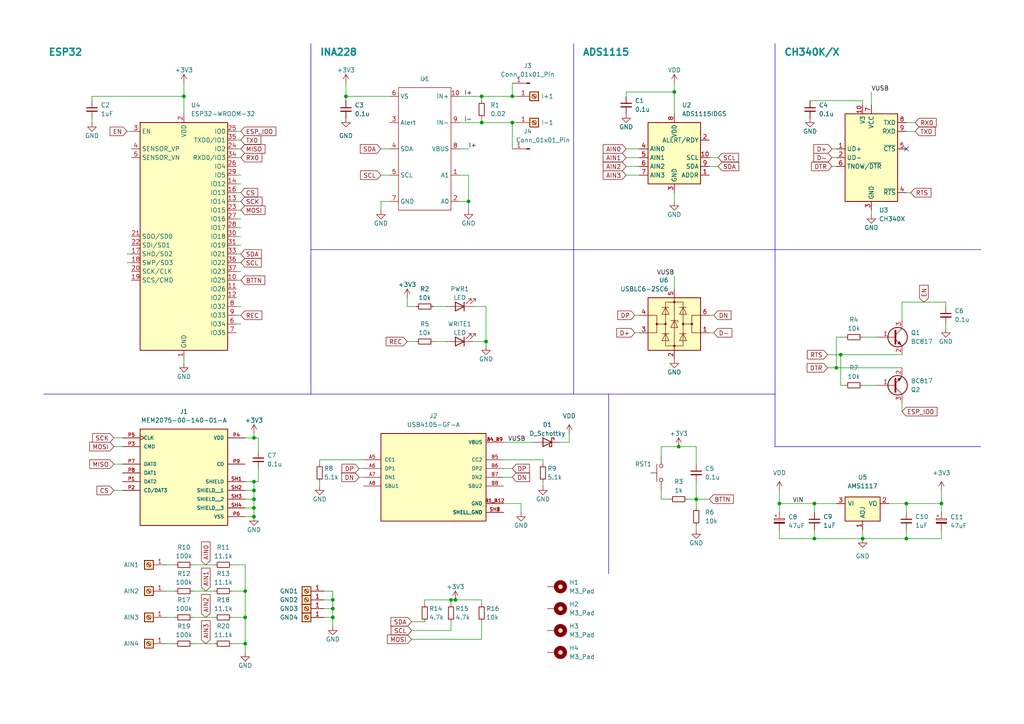
<source format=kicad_sch>
(kicad_sch (version 20230121) (generator eeschema)
  (paper "A4")
  (lib_symbols
    (symbol "Analog_ADC:ADS1115IDGS"
      (property "Reference" "U" (at 2.54 13.97 0))
      (property "Value" "ADS1115IDGS" (at 7.62 11.43 0))
      (symbol "ADS1115IDGS_1_1"
        (pin input line (at 10.16 -5.08 180) (length 2.54) (name "ADDR") (number "1"))
        (pin input line (at 10.16 0 180) (length 2.54) (name "SCL") (number "10"))
        (pin output line (at 10.16 5.08 180) (length 2.54) (name "ALERT/RDY") (number "2"))
        (pin power_in line (at 0 -10.16 90) (length 2.54) (name "GND") (number "3"))
        (pin input line (at -10.16 2.54 0) (length 2.54) (name "AIN0") (number "4"))
        (pin input line (at -10.16 0 0) (length 2.54) (name "AIN1") (number "5"))
        (pin input line (at -10.16 -2.54 0) (length 2.54) (name "AIN2") (number "6"))
        (pin input line (at -10.16 -5.08 0) (length 2.54) (name "AIN3") (number "7"))
        (pin power_in line (at 0 12.7 270) (length 2.54) (name "VDD") (number "8"))
        (pin bidirectional line (at 10.16 -2.54 180) (length 2.54) (name "SDA") (number "9"))
      )
    )
    (symbol "Connector:Conn_01x01_Pin" (pin_names (offset 1.016) hide)
      (property "Reference" "J" (at 0 2.54 0))
      (property "Value" "Conn_01x01_Pin" (at 0 -2.54 0))
      (symbol "Conn_01x01_Pin_1_1"
        (pin passive line (at 5.08 0 180) (length 3.81) (name "Pin_1") (number "1"))
      )
    )
    (symbol "Connector:Screw_Terminal_01x01" (pin_names (offset 1.016) hide)
      (property "Reference" "J" (at 0 2.54 0))
      (property "Value" "Screw_Terminal_01x01" (at 0 -2.54 0))
      (symbol "Screw_Terminal_01x01_1_1"
        (pin passive line (at -5.08 0 0) (length 3.81) (name "Pin_1") (number "1"))
      )
    )
    (symbol "Device:C_Polarized_Small" (pin_numbers hide) (pin_names (offset 0.254) hide)
      (property "Reference" "C" (at 0.254 1.778 0))
      (property "Value" "C_Polarized_Small" (at 0.254 -2.032 0))
      (symbol "C_Polarized_Small_1_1"
        (pin passive line (at 0 2.54 270) (length 1.8542) (name "~") (number "1"))
        (pin passive line (at 0 -2.54 90) (length 1.8542) (name "~") (number "2"))
      )
    )
    (symbol "Device:C_Small" (pin_numbers hide) (pin_names (offset 0.254) hide)
      (property "Reference" "C" (at 0.254 1.778 0))
      (property "Value" "C_Small" (at 0.254 -2.032 0))
      (symbol "C_Small_1_1"
        (pin passive line (at 0 2.54 270) (length 2.032) (name "~") (number "1"))
        (pin passive line (at 0 -2.54 90) (length 2.032) (name "~") (number "2"))
      )
    )
    (symbol "Device:D_Schottky" (pin_numbers hide) (pin_names (offset 1.016) hide)
      (property "Reference" "D" (at 0 2.54 0))
      (property "Value" "D_Schottky" (at 0 -2.54 0))
      (symbol "D_Schottky_1_1"
        (pin passive line (at -3.81 0 0) (length 2.54) (name "K") (number "1"))
        (pin passive line (at 3.81 0 180) (length 2.54) (name "A") (number "2"))
      )
    )
    (symbol "Device:LED" (pin_numbers hide) (pin_names (offset 1.016) hide)
      (property "Reference" "D" (at 0 2.54 0))
      (property "Value" "LED" (at 0 -2.54 0))
      (symbol "LED_1_1"
        (pin passive line (at -3.81 0 0) (length 2.54) (name "K") (number "1"))
        (pin passive line (at 3.81 0 180) (length 2.54) (name "A") (number "2"))
      )
    )
    (symbol "Device:R_Small" (pin_numbers hide) (pin_names (offset 0.254) hide)
      (property "Reference" "R" (at 0.762 0.508 0))
      (property "Value" "R_Small" (at 0.762 -1.016 0))
      (symbol "R_Small_1_1"
        (pin passive line (at 0 2.54 270) (length 0.762) (name "~") (number "1"))
        (pin passive line (at 0 -2.54 90) (length 0.762) (name "~") (number "2"))
      )
    )
    (symbol "Interface_USB:CH340X"
      (property "Reference" "U" (at -5.08 13.97 0))
      (property "Value" "CH340X" (at 1.27 13.97 0))
      (symbol "CH340X_1_1"
        (pin bidirectional line (at -10.16 2.54 0) (length 2.54) (name "UD+") (number "1"))
        (pin passive line (at -2.54 15.24 270) (length 2.54) (name "V3") (number "10"))
        (pin bidirectional line (at -10.16 0 0) (length 2.54) (name "UD-") (number "2"))
        (pin power_in line (at 0 -15.24 90) (length 2.54) (name "GND") (number "3"))
        (pin output line (at 10.16 -10.16 180) (length 2.54) (name "~{RTS}") (number "4"))
        (pin input line (at 10.16 2.54 180) (length 2.54) (name "~{CTS}") (number "5"))
        (pin output line (at -10.16 -2.54 0) (length 2.54) (name "TNOW/~{DTR}") (number "6"))
        (pin power_in line (at 0 15.24 270) (length 2.54) (name "VCC") (number "7"))
        (pin output line (at 10.16 10.16 180) (length 2.54) (name "TXD") (number "8"))
        (pin input line (at 10.16 7.62 180) (length 2.54) (name "RXD") (number "9"))
      )
    )
    (symbol "MEM2075-00-140-01-A:MEM2075-00-140-01-A" (pin_names (offset 1.016))
      (property "Reference" "J" (at -12.7 10.795 0))
      (property "Value" "MEM2075-00-140-01-A" (at -12.7 -20.32 0))
      (symbol "MEM2075-00-140-01-A_0_0"
        (pin bidirectional line (at -17.78 -5.08 0) (length 5.08) (name "DAT2") (number "P1"))
        (pin bidirectional line (at -17.78 -7.62 0) (length 5.08) (name "CD/DAT3") (number "P2"))
        (pin bidirectional line (at -17.78 5.08 0) (length 5.08) (name "CMD") (number "P3"))
        (pin power_in line (at 17.78 7.62 180) (length 5.08) (name "VDD") (number "P4"))
        (pin bidirectional clock (at -17.78 7.62 0) (length 5.08) (name "CLK") (number "P5"))
        (pin power_in line (at 17.78 -15.24 180) (length 5.08) (name "VSS") (number "P6"))
        (pin bidirectional line (at -17.78 0 0) (length 5.08) (name "DAT0") (number "P7"))
        (pin bidirectional line (at -17.78 -2.54 0) (length 5.08) (name "DAT1") (number "P8"))
        (pin passive line (at 17.78 0 180) (length 5.08) (name "CD") (number "P9"))
        (pin power_in line (at 17.78 -5.08 180) (length 5.08) (name "SHIELD") (number "SH1"))
        (pin power_in line (at 17.78 -7.62 180) (length 5.08) (name "SHIELD__1") (number "SH2"))
        (pin power_in line (at 17.78 -10.16 180) (length 5.08) (name "SHIELD__2") (number "SH3"))
        (pin power_in line (at 17.78 -12.7 180) (length 5.08) (name "SHIELD__3") (number "SH4"))
      )
    )
    (symbol "Mechanical:MountingHole_Pad" (pin_numbers hide) (pin_names (offset 1.016) hide)
      (property "Reference" "H" (at 0 6.35 0))
      (property "Value" "MountingHole_Pad" (at 0 4.445 0))
      (symbol "MountingHole_Pad_1_1"
        (pin input line (at 0 -2.54 90) (length 2.54) (name "1") (number "1"))
      )
    )
    (symbol "MyLib:INA228"
      (property "Reference" "U" (at 0 0 0))
      (symbol "INA228_1_1"
        (pin input line (at 10.16 -27.94 180) (length 2.54) (name "A1") (number "1"))
        (pin input line (at 10.16 -5.08 180) (length 2.54) (name "IN+") (number "10"))
        (pin input line (at 10.16 -35.56 180) (length 2.54) (name "A0") (number "2"))
        (pin input line (at -10.16 -12.7 0) (length 2.54) (name "Alert") (number "3"))
        (pin input line (at -10.16 -20.32 0) (length 2.54) (name "SDA") (number "4"))
        (pin input line (at -10.16 -27.94 0) (length 2.54) (name "SCL") (number "5"))
        (pin input line (at -10.16 -5.08 0) (length 2.54) (name "VS") (number "6"))
        (pin input line (at -10.16 -35.56 0) (length 2.54) (name "GND") (number "7"))
        (pin input line (at 10.16 -20.32 180) (length 2.54) (name "VBUS") (number "8"))
        (pin input line (at 10.16 -12.7 180) (length 2.54) (name "IN-") (number "9"))
      )
    )
    (symbol "MyLib:VIN" (power) (pin_names (offset 0))
      (property "Value" "VIN" (at 0 3.81 0))
      (symbol "VIN_1_1"
        (pin power_in line (at 0 0 90) (length 0) hide (name "VDD") (number "1"))
      )
    )
    (symbol "Power_Protection:USBLC6-2SC6" (pin_names hide)
      (property "Reference" "U" (at 2.54 8.89 0))
      (property "Value" "USBLC6-2SC6" (at 2.54 -8.89 0))
      (symbol "USBLC6-2SC6_1_1"
        (pin passive line (at -10.16 -2.54 0) (length 2.54) (name "I/O1") (number "1"))
        (pin passive line (at 0 -10.16 90) (length 2.54) (name "GND") (number "2"))
        (pin passive line (at 10.16 -2.54 180) (length 2.54) (name "I/O2") (number "3"))
        (pin passive line (at 10.16 2.54 180) (length 2.54) (name "I/O2") (number "4"))
        (pin passive line (at 0 10.16 270) (length 2.54) (name "VBUS") (number "5"))
        (pin passive line (at -10.16 2.54 0) (length 2.54) (name "I/O1") (number "6"))
      )
    )
    (symbol "RF_Module:ESP32-WROOM-32"
      (property "Reference" "U" (at -12.7 34.29 0))
      (property "Value" "ESP32-WROOM-32" (at 1.27 34.29 0))
      (symbol "ESP32-WROOM-32_1_1"
        (pin power_in line (at 0 -35.56 90) (length 2.54) (name "GND") (number "1"))
        (pin bidirectional line (at 15.24 -12.7 180) (length 2.54) (name "IO25") (number "10"))
        (pin bidirectional line (at 15.24 -15.24 180) (length 2.54) (name "IO26") (number "11"))
        (pin bidirectional line (at 15.24 -17.78 180) (length 2.54) (name "IO27") (number "12"))
        (pin bidirectional line (at 15.24 10.16 180) (length 2.54) (name "IO14") (number "13"))
        (pin bidirectional line (at 15.24 15.24 180) (length 2.54) (name "IO12") (number "14"))
        (pin passive line (at 0 -35.56 90) (length 2.54) hide (name "GND") (number "15"))
        (pin bidirectional line (at 15.24 12.7 180) (length 2.54) (name "IO13") (number "16"))
        (pin bidirectional line (at -15.24 -5.08 0) (length 2.54) (name "SHD/SD2") (number "17"))
        (pin bidirectional line (at -15.24 -7.62 0) (length 2.54) (name "SWP/SD3") (number "18"))
        (pin bidirectional line (at -15.24 -12.7 0) (length 2.54) (name "SCS/CMD") (number "19"))
        (pin power_in line (at 0 35.56 270) (length 2.54) (name "VDD") (number "2"))
        (pin bidirectional line (at -15.24 -10.16 0) (length 2.54) (name "SCK/CLK") (number "20"))
        (pin bidirectional line (at -15.24 0 0) (length 2.54) (name "SDO/SD0") (number "21"))
        (pin bidirectional line (at -15.24 -2.54 0) (length 2.54) (name "SDI/SD1") (number "22"))
        (pin bidirectional line (at 15.24 7.62 180) (length 2.54) (name "IO15") (number "23"))
        (pin bidirectional line (at 15.24 25.4 180) (length 2.54) (name "IO2") (number "24"))
        (pin bidirectional line (at 15.24 30.48 180) (length 2.54) (name "IO0") (number "25"))
        (pin bidirectional line (at 15.24 20.32 180) (length 2.54) (name "IO4") (number "26"))
        (pin bidirectional line (at 15.24 5.08 180) (length 2.54) (name "IO16") (number "27"))
        (pin bidirectional line (at 15.24 2.54 180) (length 2.54) (name "IO17") (number "28"))
        (pin bidirectional line (at 15.24 17.78 180) (length 2.54) (name "IO5") (number "29"))
        (pin input line (at -15.24 30.48 0) (length 2.54) (name "EN") (number "3"))
        (pin bidirectional line (at 15.24 0 180) (length 2.54) (name "IO18") (number "30"))
        (pin bidirectional line (at 15.24 -2.54 180) (length 2.54) (name "IO19") (number "31"))
        (pin no_connect line (at -12.7 -27.94 0) (length 2.54) hide (name "NC") (number "32"))
        (pin bidirectional line (at 15.24 -5.08 180) (length 2.54) (name "IO21") (number "33"))
        (pin bidirectional line (at 15.24 22.86 180) (length 2.54) (name "RXD0/IO3") (number "34"))
        (pin bidirectional line (at 15.24 27.94 180) (length 2.54) (name "TXD0/IO1") (number "35"))
        (pin bidirectional line (at 15.24 -7.62 180) (length 2.54) (name "IO22") (number "36"))
        (pin bidirectional line (at 15.24 -10.16 180) (length 2.54) (name "IO23") (number "37"))
        (pin passive line (at 0 -35.56 90) (length 2.54) hide (name "GND") (number "38"))
        (pin passive line (at 0 -35.56 90) (length 2.54) hide (name "GND") (number "39"))
        (pin input line (at -15.24 25.4 0) (length 2.54) (name "SENSOR_VP") (number "4"))
        (pin input line (at -15.24 22.86 0) (length 2.54) (name "SENSOR_VN") (number "5"))
        (pin input line (at 15.24 -25.4 180) (length 2.54) (name "IO34") (number "6"))
        (pin input line (at 15.24 -27.94 180) (length 2.54) (name "IO35") (number "7"))
        (pin bidirectional line (at 15.24 -20.32 180) (length 2.54) (name "IO32") (number "8"))
        (pin bidirectional line (at 15.24 -22.86 180) (length 2.54) (name "IO33") (number "9"))
      )
    )
    (symbol "Regulator_Linear:AMS1117" (pin_names (offset 0.762))
      (property "Reference" "U" (at -3.81 3.175 0))
      (property "Value" "AMS1117" (at 0 3.175 0))
      (symbol "AMS1117_1_1"
        (pin input line (at 0 -7.62 90) (length 2.54) (name "ADJ") (number "1"))
        (pin power_out line (at 7.62 0 180) (length 2.54) (name "VO") (number "2"))
        (pin power_in line (at -7.62 0 0) (length 2.54) (name "VI") (number "3"))
      )
    )
    (symbol "Switch:SW_Push" (pin_numbers hide) (pin_names (offset 1.016) hide)
      (property "Reference" "SW" (at 1.27 2.54 0))
      (property "Value" "SW_Push" (at 0 -1.524 0))
      (symbol "SW_Push_0_1"
        (pin passive line (at -5.08 0 0) (length 2.54) (name "1") (number "1"))
        (pin passive line (at 5.08 0 180) (length 2.54) (name "2") (number "2"))
      )
    )
    (symbol "Transistor_BJT:BC817" (pin_names (offset 0) hide)
      (property "Reference" "Q" (at 5.08 1.905 0))
      (property "Value" "BC817" (at 5.08 0 0))
      (symbol "BC817_1_1"
        (pin input line (at -5.08 0 0) (length 5.715) (name "B") (number "1"))
        (pin passive line (at 2.54 -5.08 90) (length 2.54) (name "E") (number "2"))
        (pin passive line (at 2.54 5.08 270) (length 2.54) (name "C") (number "3"))
      )
    )
    (symbol "USB4105-GF-A:USB4105-GF-A" (pin_names (offset 1.016))
      (property "Reference" "J" (at -15.24 13.97 0))
      (property "Value" "USB4105-GF-A" (at -15.24 -15.24 0))
      (symbol "USB4105-GF-A_0_0"
        (pin power_in line (at 20.32 -7.62 180) (length 5.08) (name "GND") (number "A1_B12"))
        (pin power_in line (at 20.32 10.16 180) (length 5.08) (name "VBUS") (number "A4_B9"))
        (pin bidirectional line (at -20.32 5.08 0) (length 5.08) (name "CC1") (number "A5"))
        (pin bidirectional line (at -20.32 2.54 0) (length 5.08) (name "DP1") (number "A6"))
        (pin bidirectional line (at -20.32 0 0) (length 5.08) (name "DN1") (number "A7"))
        (pin bidirectional line (at -20.32 -2.54 0) (length 5.08) (name "SBU1") (number "A8"))
        (pin power_in line (at 20.32 -7.62 180) (length 5.08) (name "GND") (number "B1_A12"))
        (pin power_in line (at 20.32 10.16 180) (length 5.08) (name "VBUS") (number "B4_A9"))
        (pin bidirectional line (at 20.32 5.08 180) (length 5.08) (name "CC2") (number "B5"))
        (pin bidirectional line (at 20.32 2.54 180) (length 5.08) (name "DP2") (number "B6"))
        (pin bidirectional line (at 20.32 0 180) (length 5.08) (name "DN2") (number "B7"))
        (pin bidirectional line (at 20.32 -2.54 180) (length 5.08) (name "SBU2") (number "B8"))
        (pin power_in line (at 20.32 -10.16 180) (length 5.08) (name "SHELL_GND") (number "SH1"))
        (pin power_in line (at 20.32 -10.16 180) (length 5.08) (name "SHELL_GND") (number "SH2"))
        (pin power_in line (at 20.32 -10.16 180) (length 5.08) (name "SHELL_GND") (number "SH3"))
        (pin power_in line (at 20.32 -10.16 180) (length 5.08) (name "SHELL_GND") (number "SH4"))
      )
    )
    (symbol "power:+3V3" (power) (pin_names (offset 0))
      (property "Value" "+3V3" (at 0 3.556 0))
      (symbol "+3V3_1_1"
        (pin power_in line (at 0 0 90) (length 0) hide (name "+3V3") (number "1"))
      )
    )
    (symbol "power:GND" (power) (pin_names (offset 0))
      (property "Value" "GND" (at 0 -3.81 0))
      (symbol "GND_1_1"
        (pin power_in line (at 0 0 270) (length 0) hide (name "GND") (number "1"))
      )
    )
  )
  (junction (at 140.97 99.06))
  (junction (at 262.89 146.05))
  (junction (at 243.84 102.87))
  (junction (at 73.66 147.32))
  (junction (at 132.08 173.99))
  (junction (at 242.57 106.68))
  (junction (at 135.89 58.42))
  (junction (at 139.7 27.94))
  (junction (at 73.66 149.86))
  (junction (at 196.85 129.54))
  (junction (at 130.81 173.99))
  (junction (at 71.12 186.69))
  (junction (at 195.58 26.67))
  (junction (at 96.52 179.07))
  (junction (at 226.06 146.05))
  (junction (at 73.66 144.78))
  (junction (at 262.89 156.21))
  (junction (at 96.52 173.99))
  (junction (at 201.93 144.78))
  (junction (at 71.12 179.07))
  (junction (at 250.19 156.21))
  (junction (at 73.66 139.7))
  (junction (at 148.59 35.56))
  (junction (at 236.22 156.21))
  (junction (at 139.7 35.56))
  (junction (at 73.66 142.24))
  (junction (at 148.59 27.94))
  (junction (at 73.66 127))
  (junction (at 273.05 146.05))
  (junction (at 71.12 171.45))
  (junction (at 96.52 176.53))
  (junction (at 100.33 27.94))
  (junction (at 53.34 27.94))
  (junction (at 236.22 146.05))
  (no_connect (at 262.89 43.18))
  (wire (pts (xy 139.7 35.56) (xy 139.7 34.29)))
  (wire (pts (xy 96.52 173.99) (xy 96.52 176.53)))
  (wire (pts (xy 245.11 111.76) (xy 243.84 111.76)))
  (wire (pts (xy 133.35 27.94) (xy 139.7 27.94)))
  (wire (pts (xy 104.14 135.89) (xy 105.41 135.89)))
  (wire (pts (xy 243.84 102.87) (xy 243.84 111.76)))
  (wire (pts (xy 48.26 171.45) (xy 50.8 171.45)))
  (wire (pts (xy 181.61 50.8) (xy 185.42 50.8)))
  (wire (pts (xy 273.05 156.21) (xy 262.89 156.21)))
  (wire (pts (xy 236.22 148.59) (xy 236.22 146.05)))
  (wire (pts (xy 226.06 156.21) (xy 236.22 156.21)))
  (wire (pts (xy 36.83 73.66) (xy 38.1 73.66)))
  (wire (pts (xy 110.49 43.18) (xy 113.03 43.18)))
  (wire (pts (xy 100.33 27.94) (xy 113.03 27.94)))
  (wire (pts (xy 146.05 133.35) (xy 157.48 133.35)))
  (wire (pts (xy 96.52 176.53) (xy 96.52 179.07)))
  (wire (pts (xy 195.58 55.88) (xy 195.58 58.42)))
  (wire (pts (xy 195.58 80.01) (xy 195.58 83.82)))
  (wire (pts (xy 133.35 50.8) (xy 135.89 50.8)))
  (wire (pts (xy 135.89 50.8) (xy 135.89 58.42)))
  (wire (pts (xy 68.58 63.5) (xy 69.85 63.5)))
  (wire (pts (xy 68.58 66.04) (xy 69.85 66.04)))
  (wire (pts (xy 151.13 146.05) (xy 146.05 146.05)))
  (wire (pts (xy 191.77 132.08) (xy 191.77 129.54)))
  (wire (pts (xy 119.38 182.88) (xy 130.81 182.88)))
  (polyline (pts (xy 90.17 12.7) (xy 90.17 114.3)))
  (wire (pts (xy 154.94 128.27) (xy 146.05 128.27)))
  (wire (pts (xy 137.16 88.9) (xy 140.97 88.9)))
  (wire (pts (xy 140.97 99.06) (xy 137.16 99.06)))
  (wire (pts (xy 33.02 127) (xy 35.56 127)))
  (wire (pts (xy 205.74 48.26) (xy 208.28 48.26)))
  (wire (pts (xy 125.73 99.06) (xy 129.54 99.06)))
  (wire (pts (xy 236.22 146.05) (xy 242.57 146.05)))
  (wire (pts (xy 123.19 173.99) (xy 130.81 173.99)))
  (wire (pts (xy 26.67 27.94) (xy 53.34 27.94)))
  (wire (pts (xy 205.74 96.52) (xy 207.01 96.52)))
  (wire (pts (xy 261.62 116.84) (xy 261.62 119.38)))
  (wire (pts (xy 33.02 129.54) (xy 35.56 129.54)))
  (wire (pts (xy 262.89 146.05) (xy 262.89 148.59)))
  (wire (pts (xy 113.03 58.42) (xy 110.49 58.42)))
  (wire (pts (xy 273.05 148.59) (xy 273.05 146.05)))
  (wire (pts (xy 250.19 111.76) (xy 254 111.76)))
  (wire (pts (xy 71.12 179.07) (xy 71.12 186.69)))
  (wire (pts (xy 68.58 68.58) (xy 69.85 68.58)))
  (wire (pts (xy 73.66 127) (xy 71.12 127)))
  (wire (pts (xy 226.06 148.59) (xy 226.06 146.05)))
  (wire (pts (xy 201.93 129.54) (xy 196.85 129.54)))
  (wire (pts (xy 181.61 26.67) (xy 195.58 26.67)))
  (wire (pts (xy 92.71 133.35) (xy 105.41 133.35)))
  (wire (pts (xy 130.81 173.99) (xy 132.08 173.99)))
  (wire (pts (xy 201.93 144.78) (xy 205.74 144.78)))
  (wire (pts (xy 139.7 35.56) (xy 148.59 35.56)))
  (wire (pts (xy 92.71 134.62) (xy 92.71 133.35)))
  (wire (pts (xy 242.57 97.79) (xy 245.11 97.79)))
  (wire (pts (xy 148.59 35.56) (xy 149.86 35.56)))
  (wire (pts (xy 53.34 27.94) (xy 53.34 33.02)))
  (wire (pts (xy 261.62 87.63) (xy 261.62 92.71)))
  (wire (pts (xy 234.95 29.21) (xy 250.19 29.21)))
  (wire (pts (xy 67.31 163.83) (xy 71.12 163.83)))
  (wire (pts (xy 140.97 100.33) (xy 140.97 99.06)))
  (wire (pts (xy 67.31 179.07) (xy 71.12 179.07)))
  (wire (pts (xy 274.32 88.9) (xy 274.32 87.63)))
  (wire (pts (xy 243.84 102.87) (xy 261.62 102.87)))
  (wire (pts (xy 119.38 180.34) (xy 123.19 180.34)))
  (wire (pts (xy 139.7 27.94) (xy 148.59 27.94)))
  (wire (pts (xy 73.66 147.32) (xy 73.66 149.86)))
  (wire (pts (xy 68.58 78.74) (xy 69.85 78.74)))
  (wire (pts (xy 74.93 130.81) (xy 74.93 127)))
  (wire (pts (xy 71.12 163.83) (xy 71.12 171.45)))
  (wire (pts (xy 68.58 91.44) (xy 69.85 91.44)))
  (wire (pts (xy 110.49 58.42) (xy 110.49 60.96)))
  (wire (pts (xy 273.05 142.24) (xy 273.05 146.05)))
  (wire (pts (xy 55.88 163.83) (xy 62.23 163.83)))
  (wire (pts (xy 93.98 173.99) (xy 96.52 173.99)))
  (wire (pts (xy 165.1 128.27) (xy 165.1 125.73)))
  (wire (pts (xy 96.52 179.07) (xy 96.52 181.61)))
  (wire (pts (xy 162.56 128.27) (xy 165.1 128.27)))
  (wire (pts (xy 226.06 153.67) (xy 226.06 156.21)))
  (wire (pts (xy 236.22 156.21) (xy 250.19 156.21)))
  (wire (pts (xy 100.33 24.13) (xy 100.33 27.94)))
  (wire (pts (xy 201.93 134.62) (xy 201.93 129.54)))
  (polyline (pts (xy 90.17 72.39) (xy 284.48 72.39)))
  (wire (pts (xy 123.19 175.26) (xy 123.19 173.99)))
  (wire (pts (xy 191.77 129.54) (xy 196.85 129.54)))
  (wire (pts (xy 71.12 147.32) (xy 73.66 147.32)))
  (wire (pts (xy 135.89 58.42) (xy 135.89 60.96)))
  (wire (pts (xy 181.61 45.72) (xy 185.42 45.72)))
  (wire (pts (xy 36.83 76.2) (xy 38.1 76.2)))
  (wire (pts (xy 261.62 87.63) (xy 274.32 87.63)))
  (wire (pts (xy 68.58 58.42) (xy 69.85 58.42)))
  (wire (pts (xy 132.08 173.99) (xy 139.7 173.99)))
  (wire (pts (xy 250.19 153.67) (xy 250.19 156.21)))
  (polyline (pts (xy 12.7 114.3) (xy 90.17 114.3)))
  (wire (pts (xy 133.35 43.18) (xy 135.89 43.18)))
  (wire (pts (xy 119.38 185.42) (xy 139.7 185.42)))
  (wire (pts (xy 201.93 152.4) (xy 201.93 153.67)))
  (wire (pts (xy 139.7 27.94) (xy 139.7 29.21)))
  (wire (pts (xy 205.74 45.72) (xy 208.28 45.72)))
  (wire (pts (xy 68.58 88.9) (xy 69.85 88.9)))
  (wire (pts (xy 68.58 76.2) (xy 69.85 76.2)))
  (wire (pts (xy 148.59 24.13) (xy 148.59 27.94)))
  (wire (pts (xy 262.89 153.67) (xy 262.89 156.21)))
  (wire (pts (xy 139.7 185.42) (xy 139.7 180.34)))
  (wire (pts (xy 191.77 144.78) (xy 194.31 144.78)))
  (wire (pts (xy 73.66 139.7) (xy 73.66 142.24)))
  (wire (pts (xy 62.23 179.07) (xy 55.88 179.07)))
  (wire (pts (xy 125.73 88.9) (xy 129.54 88.9)))
  (wire (pts (xy 146.05 135.89) (xy 148.59 135.89)))
  (wire (pts (xy 93.98 176.53) (xy 96.52 176.53)))
  (wire (pts (xy 26.67 29.21) (xy 26.67 27.94)))
  (wire (pts (xy 73.66 125.73) (xy 73.66 127)))
  (wire (pts (xy 274.32 93.98) (xy 274.32 95.25)))
  (wire (pts (xy 100.33 29.21) (xy 100.33 27.94)))
  (wire (pts (xy 73.66 144.78) (xy 73.66 147.32)))
  (wire (pts (xy 181.61 26.67) (xy 181.61 27.94)))
  (wire (pts (xy 133.35 35.56) (xy 139.7 35.56)))
  (wire (pts (xy 273.05 146.05) (xy 262.89 146.05)))
  (wire (pts (xy 195.58 26.67) (xy 195.58 33.02)))
  (wire (pts (xy 48.26 163.83) (xy 50.8 163.83)))
  (polyline (pts (xy 176.53 114.3) (xy 176.53 166.37)))
  (wire (pts (xy 68.58 53.34) (xy 69.85 53.34)))
  (wire (pts (xy 68.58 45.72) (xy 69.85 45.72)))
  (wire (pts (xy 53.34 104.14) (xy 53.34 105.41)))
  (wire (pts (xy 33.02 142.24) (xy 35.56 142.24)))
  (wire (pts (xy 68.58 60.96) (xy 69.85 60.96)))
  (wire (pts (xy 252.73 26.67) (xy 252.73 30.48)))
  (wire (pts (xy 205.74 91.44) (xy 207.01 91.44)))
  (wire (pts (xy 104.14 138.43) (xy 105.41 138.43)))
  (wire (pts (xy 184.15 91.44) (xy 185.42 91.44)))
  (wire (pts (xy 241.3 43.18) (xy 242.57 43.18)))
  (wire (pts (xy 250.19 29.21) (xy 250.19 30.48)))
  (wire (pts (xy 130.81 182.88) (xy 130.81 180.34)))
  (polyline (pts (xy 224.79 12.7) (xy 224.79 114.3)))
  (wire (pts (xy 71.12 186.69) (xy 67.31 186.69)))
  (wire (pts (xy 36.83 38.1) (xy 38.1 38.1)))
  (wire (pts (xy 257.81 146.05) (xy 262.89 146.05)))
  (wire (pts (xy 71.12 144.78) (xy 73.66 144.78)))
  (wire (pts (xy 92.71 139.7) (xy 92.71 140.97)))
  (wire (pts (xy 55.88 186.69) (xy 62.23 186.69)))
  (wire (pts (xy 252.73 60.96) (xy 252.73 62.23)))
  (wire (pts (xy 146.05 138.43) (xy 148.59 138.43)))
  (wire (pts (xy 148.59 35.56) (xy 148.59 43.18)))
  (polyline (pts (xy 166.37 12.7) (xy 166.37 114.3)))
  (polyline (pts (xy 166.37 114.3) (xy 90.17 114.3)))
  (wire (pts (xy 151.13 148.59) (xy 151.13 146.05)))
  (wire (pts (xy 240.03 102.87) (xy 243.84 102.87)))
  (wire (pts (xy 74.93 135.89) (xy 74.93 139.7)))
  (wire (pts (xy 240.03 106.68) (xy 242.57 106.68)))
  (wire (pts (xy 96.52 171.45) (xy 96.52 173.99)))
  (wire (pts (xy 48.26 186.69) (xy 50.8 186.69)))
  (wire (pts (xy 68.58 40.64) (xy 69.85 40.64)))
  (wire (pts (xy 71.12 139.7) (xy 73.66 139.7)))
  (wire (pts (xy 118.11 88.9) (xy 120.65 88.9)))
  (wire (pts (xy 74.93 139.7) (xy 73.66 139.7)))
  (wire (pts (xy 33.02 134.62) (xy 35.56 134.62)))
  (wire (pts (xy 68.58 93.98) (xy 69.85 93.98)))
  (wire (pts (xy 68.58 55.88) (xy 69.85 55.88)))
  (wire (pts (xy 236.22 153.67) (xy 236.22 156.21)))
  (wire (pts (xy 74.93 127) (xy 73.66 127)))
  (wire (pts (xy 140.97 88.9) (xy 140.97 99.06)))
  (wire (pts (xy 242.57 106.68) (xy 242.57 97.79)))
  (wire (pts (xy 118.11 86.36) (xy 118.11 88.9)))
  (wire (pts (xy 93.98 171.45) (xy 96.52 171.45)))
  (wire (pts (xy 262.89 55.88) (xy 264.16 55.88)))
  (wire (pts (xy 71.12 186.69) (xy 71.12 189.23)))
  (wire (pts (xy 110.49 50.8) (xy 113.03 50.8)))
  (wire (pts (xy 201.93 139.7) (xy 201.93 144.78)))
  (wire (pts (xy 71.12 142.24) (xy 73.66 142.24)))
  (wire (pts (xy 226.06 146.05) (xy 236.22 146.05)))
  (wire (pts (xy 148.59 27.94) (xy 149.86 27.94)))
  (wire (pts (xy 250.19 97.79) (xy 254 97.79)))
  (wire (pts (xy 181.61 48.26) (xy 185.42 48.26)))
  (wire (pts (xy 181.61 43.18) (xy 185.42 43.18)))
  (wire (pts (xy 71.12 171.45) (xy 71.12 179.07)))
  (wire (pts (xy 68.58 81.28) (xy 69.85 81.28)))
  (wire (pts (xy 241.3 45.72) (xy 242.57 45.72)))
  (wire (pts (xy 191.77 142.24) (xy 191.77 144.78)))
  (polyline (pts (xy 224.79 129.54) (xy 284.48 129.54)))
  (wire (pts (xy 262.89 35.56) (xy 265.43 35.56)))
  (wire (pts (xy 273.05 153.67) (xy 273.05 156.21)))
  (wire (pts (xy 226.06 142.24) (xy 226.06 146.05)))
  (wire (pts (xy 201.93 144.78) (xy 201.93 147.32)))
  (wire (pts (xy 133.35 58.42) (xy 135.89 58.42)))
  (polyline (pts (xy 224.79 114.3) (xy 166.37 114.3)))
  (wire (pts (xy 262.89 156.21) (xy 250.19 156.21)))
  (wire (pts (xy 262.89 38.1) (xy 265.43 38.1)))
  (wire (pts (xy 68.58 38.1) (xy 69.85 38.1)))
  (wire (pts (xy 261.62 106.68) (xy 242.57 106.68)))
  (wire (pts (xy 69.85 43.18) (xy 68.58 43.18)))
  (wire (pts (xy 96.52 179.07) (xy 93.98 179.07)))
  (wire (pts (xy 26.67 34.29) (xy 26.67 35.56)))
  (wire (pts (xy 67.31 171.45) (xy 71.12 171.45)))
  (wire (pts (xy 241.3 48.26) (xy 242.57 48.26)))
  (wire (pts (xy 130.81 173.99) (xy 130.81 175.26)))
  (wire (pts (xy 53.34 24.13) (xy 53.34 27.94)))
  (wire (pts (xy 139.7 175.26) (xy 139.7 173.99)))
  (wire (pts (xy 184.15 96.52) (xy 185.42 96.52)))
  (polyline (pts (xy 224.79 114.3) (xy 224.79 129.54)))
  (wire (pts (xy 157.48 133.35) (xy 157.48 134.62)))
  (wire (pts (xy 48.26 179.07) (xy 50.8 179.07)))
  (wire (pts (xy 68.58 50.8) (xy 69.85 50.8)))
  (wire (pts (xy 68.58 73.66) (xy 69.85 73.66)))
  (wire (pts (xy 118.11 99.06) (xy 120.65 99.06)))
  (wire (pts (xy 68.58 71.12) (xy 69.85 71.12)))
  (wire (pts (xy 71.12 149.86) (xy 73.66 149.86)))
  (wire (pts (xy 201.93 144.78) (xy 199.39 144.78)))
  (wire (pts (xy 195.58 24.13) (xy 195.58 26.67)))
  (wire (pts (xy 73.66 142.24) (xy 73.66 144.78)))
  (wire (pts (xy 157.48 139.7) (xy 157.48 140.97)))
  (wire (pts (xy 55.88 171.45) (xy 62.23 171.45)))
  (text "ESP32" (at 13.97 16.51 0) (effects (font (size 2 2) (thickness 0.4) bold) (justify left bottom)))
  (text "INA228" (at 92.71 16.51 0) (effects (font (size 2 2) (thickness 0.4) bold) (justify left bottom)))
  (text "ADS1115" (at 168.91 16.51 0) (effects (font (size 2 2) (thickness 0.4) bold) (justify left bottom)))
  (text "CH340K/X" (at 227.33 16.51 0) (effects (font (size 2 2) (thickness 0.4) bold) (justify left bottom)))
  (label "I+" (at 135.89 43.18 0))
  (label "I-" (at 134.62 35.56 0))
  (label "I+" (at 134.62 27.94 0))
  (label "VUSB" (at 147.32 128.27 0))
  (label "VIN" (at 229.87 146.05 0))
  (label "VUSB" (at 252.73 26.67 0))
  (label "VUSB" (at 195.58 80.01 180))
  (global_label "EN" (shape input) (at 36.83 38.1 180) (property "Intersheetrefs" "${INTERSHEET_REFS}" (effects hide)))
  (global_label "RTS" (shape input) (at 264.16 55.88 0) (property "Intersheetrefs" "${INTERSHEET_REFS}" (effects hide)))
  (global_label "SCK" (shape input) (at 69.85 58.42 0) (property "Intersheetrefs" "${INTERSHEET_REFS}" (effects hide)))
  (global_label "DN" (shape input) (at 104.14 138.43 180) (property "Intersheetrefs" "${INTERSHEET_REFS}" (effects hide)))
  (global_label "TX0" (shape input) (at 265.43 38.1 0) (property "Intersheetrefs" "${INTERSHEET_REFS}" (effects hide)))
  (global_label "SDA" (shape input) (at 119.38 180.34 180) (property "Intersheetrefs" "${INTERSHEET_REFS}" (effects hide)))
  (global_label "DN" (shape input) (at 207.01 91.44 0) (property "Intersheetrefs" "${INTERSHEET_REFS}" (effects hide)))
  (global_label "TX0" (shape input) (at 69.85 40.64 0) (property "Intersheetrefs" "${INTERSHEET_REFS}" (effects hide)))
  (global_label "SCL" (shape input) (at 69.85 76.2 0) (property "Intersheetrefs" "${INTERSHEET_REFS}" (effects hide)))
  (global_label "MISO" (shape input) (at 33.02 134.62 180) (property "Intersheetrefs" "${INTERSHEET_REFS}" (effects hide)))
  (global_label "D+" (shape input) (at 241.3 43.18 180) (property "Intersheetrefs" "${INTERSHEET_REFS}" (effects hide)))
  (global_label "REC" (shape input) (at 69.85 91.44 0) (property "Intersheetrefs" "${INTERSHEET_REFS}" (effects hide)))
  (global_label "BTTN" (shape input) (at 205.74 144.78 0) (property "Intersheetrefs" "${INTERSHEET_REFS}" (effects hide)))
  (global_label "MOSI" (shape input) (at 69.85 60.96 0) (property "Intersheetrefs" "${INTERSHEET_REFS}" (effects hide)))
  (global_label "ESP_IO0" (shape input) (at 261.62 119.38 0) (property "Intersheetrefs" "${INTERSHEET_REFS}" (effects hide)))
  (global_label "DN" (shape input) (at 148.59 138.43 0) (property "Intersheetrefs" "${INTERSHEET_REFS}" (effects hide)))
  (global_label "MISO" (shape input) (at 69.85 43.18 0) (property "Intersheetrefs" "${INTERSHEET_REFS}" (effects hide)))
  (global_label "RTS" (shape input) (at 240.03 102.87 180) (property "Intersheetrefs" "${INTERSHEET_REFS}" (effects hide)))
  (global_label "SDA" (shape input) (at 110.49 43.18 180) (property "Intersheetrefs" "${INTERSHEET_REFS}" (effects hide)))
  (global_label "AIN1" (shape input) (at 59.69 171.45 90) (property "Intersheetrefs" "${INTERSHEET_REFS}" (effects hide)))
  (global_label "SCL" (shape input) (at 208.28 45.72 0) (property "Intersheetrefs" "${INTERSHEET_REFS}" (effects hide)))
  (global_label "MOSI" (shape input) (at 33.02 129.54 180) (property "Intersheetrefs" "${INTERSHEET_REFS}" (effects hide)))
  (global_label "DP" (shape input) (at 184.15 91.44 180) (property "Intersheetrefs" "${INTERSHEET_REFS}" (effects hide)))
  (global_label "D-" (shape input) (at 241.3 45.72 180) (property "Intersheetrefs" "${INTERSHEET_REFS}" (effects hide)))
  (global_label "AIN2" (shape input) (at 59.69 179.07 90) (property "Intersheetrefs" "${INTERSHEET_REFS}" (effects hide)))
  (global_label "MOSI" (shape input) (at 119.38 185.42 180) (property "Intersheetrefs" "${INTERSHEET_REFS}" (effects hide)))
  (global_label "SCL" (shape input) (at 110.49 50.8 180) (property "Intersheetrefs" "${INTERSHEET_REFS}" (effects hide)))
  (global_label "DP" (shape input) (at 104.14 135.89 180) (property "Intersheetrefs" "${INTERSHEET_REFS}" (effects hide)))
  (global_label "AIN0" (shape input) (at 59.69 163.83 90) (property "Intersheetrefs" "${INTERSHEET_REFS}" (effects hide)))
  (global_label "AIN0" (shape input) (at 181.61 43.18 180) (property "Intersheetrefs" "${INTERSHEET_REFS}" (effects hide)))
  (global_label "EN" (shape input) (at 267.97 87.63 90) (property "Intersheetrefs" "${INTERSHEET_REFS}" (effects hide)))
  (global_label "SDA" (shape input) (at 208.28 48.26 0) (property "Intersheetrefs" "${INTERSHEET_REFS}" (effects hide)))
  (global_label "AIN2" (shape input) (at 181.61 48.26 180) (property "Intersheetrefs" "${INTERSHEET_REFS}" (effects hide)))
  (global_label "AIN1" (shape input) (at 181.61 45.72 180) (property "Intersheetrefs" "${INTERSHEET_REFS}" (effects hide)))
  (global_label "RX0" (shape input) (at 69.85 45.72 0) (property "Intersheetrefs" "${INTERSHEET_REFS}" (effects hide)))
  (global_label "CS" (shape input) (at 33.02 142.24 180) (property "Intersheetrefs" "${INTERSHEET_REFS}" (effects hide)))
  (global_label "DTR" (shape input) (at 241.3 48.26 180) (property "Intersheetrefs" "${INTERSHEET_REFS}" (effects hide)))
  (global_label "SCK" (shape input) (at 33.02 127 180) (property "Intersheetrefs" "${INTERSHEET_REFS}" (effects hide)))
  (global_label "SDA" (shape input) (at 69.85 73.66 0) (property "Intersheetrefs" "${INTERSHEET_REFS}" (effects hide)))
  (global_label "CS" (shape input) (at 69.85 55.88 0) (property "Intersheetrefs" "${INTERSHEET_REFS}" (effects hide)))
  (global_label "D+" (shape input) (at 184.15 96.52 180) (property "Intersheetrefs" "${INTERSHEET_REFS}" (effects hide)))
  (global_label "REC" (shape input) (at 118.11 99.06 180) (property "Intersheetrefs" "${INTERSHEET_REFS}" (effects hide)))
  (global_label "DP" (shape input) (at 148.59 135.89 0) (property "Intersheetrefs" "${INTERSHEET_REFS}" (effects hide)))
  (global_label "ESP_IO0" (shape input) (at 69.85 38.1 0) (property "Intersheetrefs" "${INTERSHEET_REFS}" (effects hide)))
  (global_label "RX0" (shape input) (at 265.43 35.56 0) (property "Intersheetrefs" "${INTERSHEET_REFS}" (effects hide)))
  (global_label "AIN3" (shape input) (at 181.61 50.8 180) (property "Intersheetrefs" "${INTERSHEET_REFS}" (effects hide)))
  (global_label "DTR" (shape input) (at 240.03 106.68 180) (property "Intersheetrefs" "${INTERSHEET_REFS}" (effects hide)))
  (global_label "BTTN" (shape input) (at 69.85 81.28 0) (property "Intersheetrefs" "${INTERSHEET_REFS}" (effects hide)))
  (global_label "AIN3" (shape input) (at 59.69 186.69 90) (property "Intersheetrefs" "${INTERSHEET_REFS}" (effects hide)))
  (global_label "SCL" (shape input) (at 119.38 182.88 180) (property "Intersheetrefs" "${INTERSHEET_REFS}" (effects hide)))
  (global_label "D-" (shape input) (at 207.01 96.52 0) (property "Intersheetrefs" "${INTERSHEET_REFS}" (effects hide)))
  (symbol (lib_id "power:GND") (at 96.52 181.61 0) (unit 1)
    (property "Reference" "#PWR028" (effects hide))
    (property "Value" "GND" (at 96.52 185.42 0))
  )
  (symbol (lib_id "Device:C_Small") (at 274.32 91.44 0) (unit 1)
    (property "Reference" "C6" (at 276.86 90.1763 0) (effects (justify left)))
    (property "Value" "0.1u" (at 276.86 92.7163 0) (effects (justify left)))
    (property "Footprint" "Resistor_SMD:R_0805_2012Metric" (effects hide))
  )
  (symbol (lib_id "power:+3V3") (at 53.34 24.13 0) (unit 1)
    (property "Reference" "#PWR01" (effects hide))
    (property "Value" "+3V3" (at 53.34 20.32 0))
  )
  (symbol (lib_id "Connector:Screw_Terminal_01x01") (at 88.9 176.53 180) (unit 1)
    (property "Reference" "GND3" (at 83.82 176.53 0))
    (property "Value" "Screw_Terminal_01x01" (effects hide))
    (property "Footprint" "MountingHole:MountingHole_4.3mm_M4_DIN965_Pad" (effects hide))
  )
  (symbol (lib_id "power:+3V3") (at 273.05 142.24 0) (unit 1)
    (property "Reference" "#PWR023" (effects hide))
    (property "Value" "+3V3" (at 273.05 137.16 0))
  )
  (symbol (lib_id "Device:R_Small") (at 92.71 137.16 0) (unit 1)
    (property "Reference" "R8" (at 93.98 135.89 0) (effects (justify left)))
    (property "Value" "5.1k" (at 93.98 138.43 0) (effects (justify left)))
    (property "Footprint" "Resistor_SMD:R_0805_2012Metric" (effects hide))
  )
  (symbol (lib_id "Device:R_Small") (at 53.34 186.69 90) (unit 1)
    (property "Reference" "R19" (at 53.34 181.61 90))
    (property "Value" "100k" (at 53.34 184.15 90))
    (property "Footprint" "Resistor_SMD:R_0805_2012Metric" (effects hide))
  )
  (symbol (lib_id "Connector:Screw_Terminal_01x01") (at 43.18 163.83 180) (unit 1)
    (property "Reference" "AIN1" (at 38.1 163.83 0))
    (property "Value" "Screw_Terminal_01x01" (effects hide))
    (property "Footprint" "MountingHole:MountingHole_4.3mm_M4_DIN965_Pad" (effects hide))
  )
  (symbol (lib_id "power:GND") (at 151.13 148.59 0) (unit 1)
    (property "Reference" "#PWR024" (effects hide))
    (property "Value" "GND" (at 151.13 152.4 0))
  )
  (symbol (lib_id "power:GND") (at 195.58 104.14 0) (unit 1)
    (property "Reference" "#PWR030" (effects hide))
    (property "Value" "GND" (at 195.58 107.95 0))
  )
  (symbol (lib_id "Connector:Screw_Terminal_01x01") (at 88.9 171.45 180) (unit 1)
    (property "Reference" "GND1" (at 83.82 171.45 0))
    (property "Value" "Screw_Terminal_01x01" (effects hide))
    (property "Footprint" "MountingHole:MountingHole_4.3mm_M4_DIN965_Pad" (effects hide))
  )
  (symbol (lib_id "power:+3V3") (at 100.33 24.13 0) (unit 1)
    (property "Reference" "#PWR02" (effects hide))
    (property "Value" "+3V3" (at 100.33 20.32 0))
  )
  (symbol (lib_id "power:GND") (at 73.66 149.86 0) (unit 1)
    (property "Reference" "#PWR025" (effects hide))
    (property "Value" "GND" (at 73.66 153.67 0))
  )
  (symbol (lib_id "power:GND") (at 26.67 35.56 0) (unit 1)
    (property "Reference" "#PWR07" (effects hide))
    (property "Value" "GND" (at 26.67 39.37 0))
  )
  (symbol (lib_id "power:GND") (at 53.34 105.41 0) (unit 1)
    (property "Reference" "#PWR016" (effects hide))
    (property "Value" "GND" (at 53.34 109.22 0))
  )
  (symbol (lib_id "power:GND") (at 234.95 34.29 0) (unit 1)
    (property "Reference" "#PWR06" (effects hide))
    (property "Value" "GND" (at 234.95 38.1 0))
  )
  (symbol (lib_id "Device:C_Small") (at 181.61 30.48 0) (unit 1)
    (property "Reference" "C1" (at 184.15 29.2163 0) (effects (justify left)))
    (property "Value" "0.1u" (at 184.15 31.7563 0) (effects (justify left)))
    (property "Footprint" "Resistor_SMD:R_0805_2012Metric" (effects hide))
  )
  (symbol (lib_id "Power_Protection:USBLC6-2SC6") (at 195.58 93.98 0) (mirror y) (unit 1)
    (property "Reference" "U6" (at 193.9289 81.28 0) (effects (justify left)))
    (property "Value" "USBLC6-2SC6" (at 193.9289 83.82 0) (effects (justify left)))
    (property "Footprint" "Package_TO_SOT_SMD:SOT-23-6" (effects hide))
    (property "Datasheet" "https://www.st.com/resource/en/datasheet/usblc6-2.pdf" (effects hide))
  )
  (symbol (lib_id "Connector:Screw_Terminal_01x01") (at 43.18 171.45 180) (unit 1)
    (property "Reference" "AIN2" (at 38.1 171.45 0))
    (property "Value" "Screw_Terminal_01x01" (effects hide))
    (property "Footprint" "MountingHole:MountingHole_4.3mm_M4_DIN965_Pad" (effects hide))
  )
  (symbol (lib_id "Device:C_Small") (at 262.89 151.13 0) (unit 1)
    (property "Reference" "C10" (at 265.43 149.8662 0) (effects (justify left)))
    (property "Value" "1uF" (at 265.43 152.4062 0) (effects (justify left)))
    (property "Footprint" "Capacitor_SMD:C_1206_3216Metric" (effects hide))
  )
  (symbol (lib_id "Device:R_Small") (at 53.34 179.07 90) (unit 1)
    (property "Reference" "R17" (at 53.34 173.99 90))
    (property "Value" "100k" (at 53.34 176.53 90))
    (property "Footprint" "Resistor_SMD:R_0805_2012Metric" (effects hide))
  )
  (symbol (lib_id "Switch:SW_Push") (at 191.77 137.16 90) (unit 1)
    (property "Reference" "RST1" (at 184.15 134.62 90) (effects (justify right)))
    (property "Value" "SW_Push" (effects hide))
    (property "Footprint" "Button_Switch_SMD:SW_Push_SPST_NO_Alps_SKRK" (effects hide))
  )
  (symbol (lib_id "Device:C_Small") (at 234.95 31.75 0) (unit 1)
    (property "Reference" "C4" (at 237.49 30.4863 0) (effects (justify left)))
    (property "Value" "0.1u" (at 237.49 33.0263 0) (effects (justify left)))
    (property "Footprint" "Resistor_SMD:R_0805_2012Metric" (effects hide))
  )
  (symbol (lib_id "Device:R_Small") (at 123.19 177.8 0) (unit 1)
    (property "Reference" "R14" (at 124.46 176.53 0) (effects (justify left)))
    (property "Value" "4.7k" (at 124.46 179.07 0) (effects (justify left)))
    (property "Footprint" "Resistor_SMD:R_0805_2012Metric" (effects hide))
  )
  (symbol (lib_id "Device:R_Small") (at 64.77 179.07 90) (unit 1)
    (property "Reference" "R18" (at 64.77 173.99 90))
    (property "Value" "11.1k" (at 64.77 176.53 90))
    (property "Footprint" "Resistor_SMD:R_0805_2012Metric" (effects hide))
  )
  (symbol (lib_id "power:+3V3") (at 196.85 129.54 0) (unit 1)
    (property "Reference" "#PWR012" (effects hide))
    (property "Value" "+3V3" (at 196.85 125.73 0))
  )
  (symbol (lib_id "power:GND") (at 140.97 100.33 0) (unit 1)
    (property "Reference" "#PWR015" (effects hide))
    (property "Value" "GND" (at 140.97 104.14 0))
  )
  (symbol (lib_id "Connector:Conn_01x01_Pin") (at 153.67 24.13 180) (unit 1)
    (property "Reference" "J3" (at 153.035 19.05 0))
    (property "Value" "Conn_01x01_Pin" (at 153.035 21.59 0))
    (property "Footprint" "Connector_PinHeader_1.00mm:PinHeader_1x01_P1.00mm_Vertical" (effects hide))
  )
  (symbol (lib_id "Connector:Screw_Terminal_01x01") (at 88.9 179.07 180) (unit 1)
    (property "Reference" "GND4" (at 83.82 179.07 0))
    (property "Value" "Screw_Terminal_01x01" (effects hide))
    (property "Footprint" "MountingHole:MountingHole_4.3mm_M4_DIN965_Pad" (effects hide))
  )
  (symbol (lib_id "power:GND") (at 135.89 60.96 0) (unit 1)
    (property "Reference" "#PWR010" (effects hide))
    (property "Value" "GND" (at 135.89 64.77 0))
  )
  (symbol (lib_id "power:GND") (at 201.93 153.67 0) (unit 1)
    (property "Reference" "#PWR017" (effects hide))
    (property "Value" "GND" (at 201.93 157.48 0))
  )
  (symbol (lib_id "Device:C_Small") (at 201.93 137.16 0) (unit 1)
    (property "Reference" "C5" (at 204.47 135.8963 0) (effects (justify left)))
    (property "Value" "0.1u" (at 204.47 138.4363 0) (effects (justify left)))
    (property "Footprint" "Resistor_SMD:R_0805_2012Metric" (effects hide))
  )
  (symbol (lib_id "MEM2075-00-140-01-A:MEM2075-00-140-01-A") (at 53.34 134.62 0) (unit 1)
    (property "Reference" "J1" (at 53.34 119.38 0))
    (property "Value" "MEM2075-00-140-01-A" (at 53.34 121.92 0))
    (property "Footprint" "MEM2075_00_140_01_A:GCT_MEM2075-00-140-01-A" (effects hide))
    (property "PARTREV" "A" (effects hide))
    (property "STANDARD" "Manufacturer recommendations" (effects hide))
    (property "MANUFACTURER" "GCT" (effects hide))
  )
  (symbol (lib_id "Device:LED") (at 133.35 88.9 180) (unit 1)
    (property "Reference" "PWR1" (at 133.35 83.82 0))
    (property "Value" "LED" (at 133.35 86.36 0))
    (property "Footprint" "LED_SMD:LED_1206_3216Metric" (effects hide))
  )
  (symbol (lib_id "Connector:Screw_Terminal_01x01") (at 154.94 35.56 0) (unit 1)
    (property "Reference" "I-1" (at 158.75 35.56 0))
    (property "Value" "Screw_Terminal_01x01" (effects hide))
    (property "Footprint" "MountingHole:MountingHole_4.3mm_M4_DIN965_Pad" (effects hide))
  )
  (symbol (lib_id "power:+3V3") (at 132.08 173.99 0) (unit 1)
    (property "Reference" "#PWR027" (effects hide))
    (property "Value" "+3V3" (at 132.08 170.18 0))
  )
  (symbol (lib_id "Device:R_Small") (at 201.93 149.86 180) (unit 1)
    (property "Reference" "R6" (at 204.47 148.59 0) (effects (justify right)))
    (property "Value" "10k" (at 204.47 151.13 0) (effects (justify right)))
    (property "Footprint" "Resistor_SMD:R_0805_2012Metric" (effects hide))
  )
  (symbol (lib_id "Mechanical:MountingHole_Pad") (at 161.29 182.88 270) (unit 1)
    (property "Reference" "H3" (at 165.1 181.61 90) (effects (justify left)))
    (property "Value" "M3_Pad" (at 165.1 184.15 90) (effects (justify left)))
    (property "Footprint" "MountingHole:MountingHole_3.2mm_M3_DIN965_Pad" (effects hide))
  )
  (symbol (lib_id "Device:R_Small") (at 53.34 163.83 90) (unit 1)
    (property "Reference" "R10" (at 53.34 158.75 90))
    (property "Value" "100k" (at 53.34 161.29 90))
    (property "Footprint" "Resistor_SMD:R_0805_2012Metric" (effects hide))
  )
  (symbol (lib_id "power:GND") (at 274.32 95.25 0) (unit 1)
    (property "Reference" "#PWR014" (effects hide))
    (property "Value" "GND" (at 274.32 99.06 0))
  )
  (symbol (lib_id "power:+3V3") (at 73.66 125.73 0) (unit 1)
    (property "Reference" "#PWR018" (effects hide))
    (property "Value" "+3V3" (at 73.66 121.92 0))
  )
  (symbol (lib_id "Device:R_Small") (at 53.34 171.45 90) (unit 1)
    (property "Reference" "R12" (at 53.34 166.37 90))
    (property "Value" "100k" (at 53.34 168.91 90))
    (property "Footprint" "Resistor_SMD:R_0805_2012Metric" (effects hide))
  )
  (symbol (lib_id "power:GND") (at 250.19 156.21 0) (unit 1)
    (property "Reference" "#PWR026" (effects hide))
    (property "Value" "GND" (at 250.19 161.29 0))
  )
  (symbol (lib_id "power:GND") (at 181.61 33.02 0) (unit 1)
    (property "Reference" "#PWR04" (effects hide))
    (property "Value" "GND" (at 181.61 36.83 0))
  )
  (symbol (lib_id "Device:D_Schottky") (at 158.75 128.27 0) (mirror y) (unit 1)
    (property "Reference" "D1" (at 158.75 123.19 0))
    (property "Value" "D_Schottky" (at 158.75 125.73 0))
    (property "Footprint" "Diode_SMD:Nexperia_CFP3_SOD-123W" (effects hide))
  )
  (symbol (lib_id "Device:R_Small") (at 64.77 163.83 90) (unit 1)
    (property "Reference" "R11" (at 64.77 158.75 90))
    (property "Value" "11.1k" (at 64.77 161.29 90))
    (property "Footprint" "Resistor_SMD:R_0805_2012Metric" (effects hide))
  )
  (symbol (lib_id "Device:R_Small") (at 64.77 186.69 90) (unit 1)
    (property "Reference" "R20" (at 64.77 181.61 90))
    (property "Value" "11.1k" (at 64.77 184.15 90))
    (property "Footprint" "Resistor_SMD:R_0805_2012Metric" (effects hide))
  )
  (symbol (lib_id "Connector:Screw_Terminal_01x01") (at 43.18 186.69 180) (unit 1)
    (property "Reference" "AIN4" (at 38.1 186.69 0))
    (property "Value" "Screw_Terminal_01x01" (effects hide))
    (property "Footprint" "MountingHole:MountingHole_4.3mm_M4_DIN965_Pad" (effects hide))
  )
  (symbol (lib_id "Device:C_Polarized_Small") (at 273.05 151.13 0) (unit 1)
    (property "Reference" "C11" (at 275.59 149.9489 0) (effects (justify left)))
    (property "Value" "47uF" (at 275.59 152.4889 0) (effects (justify left)))
    (property "Footprint" "Capacitor_SMD:CP_Elec_5x5.3" (effects hide))
  )
  (symbol (lib_id "power:GND") (at 157.48 140.97 0) (unit 1)
    (property "Reference" "#PWR021" (effects hide))
    (property "Value" "GND" (at 157.48 144.78 0))
  )
  (symbol (lib_id "Device:R_Small") (at 139.7 31.75 0) (unit 1)
    (property "Reference" "R1" (at 142.24 30.48 0) (effects (justify left)))
    (property "Value" "0.02" (at 142.24 33.02 0) (effects (justify left)))
    (property "Footprint" "Resistor_SMD:R_2512_6332Metric" (effects hide))
  )
  (symbol (lib_id "Device:C_Small") (at 26.67 31.75 0) (unit 1)
    (property "Reference" "C2" (at 29.21 30.4862 0) (effects (justify left)))
    (property "Value" "1uF" (at 29.21 33.0262 0) (effects (justify left)))
    (property "Footprint" "Capacitor_SMD:C_0805_2012Metric" (effects hide))
  )
  (symbol (lib_id "Regulator_Linear:AMS1117") (at 250.19 146.05 0) (unit 1)
    (property "Reference" "U5" (at 250.19 138.43 0))
    (property "Value" "AMS1117" (at 250.19 140.97 0))
    (property "Footprint" "Package_TO_SOT_SMD:SOT-223-3_TabPin2" (effects hide))
    (property "Datasheet" "http://www.advanced-monolithic.com/pdf/ds1117.pdf" (effects hide))
  )
  (symbol (lib_id "Mechanical:MountingHole_Pad") (at 161.29 170.18 270) (unit 1)
    (property "Reference" "H1" (at 165.1 168.91 90) (effects (justify left)))
    (property "Value" "M3_Pad" (at 165.1 171.45 90) (effects (justify left)))
    (property "Footprint" "MountingHole:MountingHole_3.2mm_M3_DIN965_Pad" (effects hide))
  )
  (symbol (lib_id "Device:R_Small") (at 196.85 144.78 90) (unit 1)
    (property "Reference" "R3" (at 196.85 139.7 90))
    (property "Value" "1k" (at 196.85 142.24 90))
    (property "Footprint" "Resistor_SMD:R_0805_2012Metric" (effects hide))
  )
  (symbol (lib_id "power:GND") (at 110.49 60.96 0) (unit 1)
    (property "Reference" "#PWR09" (effects hide))
    (property "Value" "GND" (at 110.49 64.77 0))
  )
  (symbol (lib_id "Mechanical:MountingHole_Pad") (at 161.29 176.53 270) (unit 1)
    (property "Reference" "H2" (at 165.1 175.26 90) (effects (justify left)))
    (property "Value" "M3_Pad" (at 165.1 177.8 90) (effects (justify left)))
    (property "Footprint" "MountingHole:MountingHole_3.2mm_M3_DIN965_Pad" (effects hide))
  )
  (symbol (lib_id "power:GND") (at 195.58 58.42 0) (unit 1)
    (property "Reference" "#PWR08" (effects hide))
    (property "Value" "GND" (at 195.58 62.23 0))
  )
  (symbol (lib_id "MyLib:VIN") (at 195.58 24.13 0) (mirror y) (unit 1)
    (property "Reference" "#PWR03" (effects hide))
    (property "Value" "VIN" (at 195.58 20.32 0))
  )
  (symbol (lib_id "Interface_USB:CH340X") (at 252.73 45.72 0) (unit 1)
    (property "Reference" "U3" (at 254.9241 60.96 0) (effects (justify left)))
    (property "Value" "CH340X" (at 254.9241 63.5 0) (effects (justify left)))
    (property "Footprint" "Package_SO:MSOP-10_3x3mm_P0.5mm" (effects hide))
    (property "Datasheet" "https://cdn.sparkfun.com/assets/5/0/a/8/5/CH340DS1.PDF" (effects hide))
  )
  (symbol (lib_id "Device:LED") (at 133.35 99.06 180) (unit 1)
    (property "Reference" "WRITE1" (at 133.35 93.98 0))
    (property "Value" "LED" (at 133.35 96.52 0))
    (property "Footprint" "LED_SMD:LED_1206_3216Metric" (effects hide))
  )
  (symbol (lib_id "Device:R_Small") (at 123.19 88.9 90) (unit 1)
    (property "Reference" "R2" (at 123.19 83.82 90))
    (property "Value" "10k" (at 123.19 86.36 90))
    (property "Footprint" "Resistor_SMD:R_0805_2012Metric" (effects hide))
  )
  (symbol (lib_id "Device:R_Small") (at 64.77 171.45 90) (unit 1)
    (property "Reference" "R13" (at 64.77 166.37 90))
    (property "Value" "11.1k" (at 64.77 168.91 90))
    (property "Footprint" "Resistor_SMD:R_0805_2012Metric" (effects hide))
  )
  (symbol (lib_id "Device:C_Small") (at 100.33 31.75 0) (unit 1)
    (property "Reference" "C3" (at 102.87 30.4863 0) (effects (justify left)))
    (property "Value" "0.1u" (at 102.87 33.0263 0) (effects (justify left)))
    (property "Footprint" "Resistor_SMD:R_0805_2012Metric" (effects hide))
  )
  (symbol (lib_id "USB4105-GF-A:USB4105-GF-A") (at 125.73 138.43 0) (unit 1)
    (property "Reference" "J2" (at 125.73 120.65 0))
    (property "Value" "USB4105-GF-A" (at 125.73 123.19 0))
    (property "Footprint" "USB4105-GF-A:GCT_USB4105-GF-A" (effects hide))
    (property "DigiKey_Part_Number" "2073-USB4105-GF-ATR-ND" (effects hide))
    (property "MF" "GCT" (effects hide))
    (property "MAXIMUM_PACKAGE_HEIGHT" "3.31mm" (effects hide))
    (property "Package" "None" (effects hide))
    (property "Check_prices" "https://www.snapeda.com/parts/USB4105-GF-A/Global+Connector+Technology/view-part/?ref=eda" (effects hide))
    (property "STANDARD" "Manufacturer Recommendations" (effects hide))
    (property "PARTREV" "B3" (effects hide))
    (property "SnapEDA_Link" "https://www.snapeda.com/parts/USB4105-GF-A/Global+Connector+Technology/view-part/?ref=snap" (effects hide))
    (property "MP" "USB4105-GF-A" (effects hide))
    (property "Purchase-URL" "https://www.snapeda.com/api/url_track_click_mouser/?unipart_id=4423780&manufacturer=GCT&part_name=USB4105-GF-A&search_term=None" (effects hide))
    (property "Description" "\nUSB-C (USB TYPE-C) USB 2.0 Receptacle Connector 24 (16+8 Dummy) Position Surface Mount, Right Angle; Through Hole\n" (effects hide))
    (property "MANUFACTURER" "Global Connector Technology" (effects hide))
  )
  (symbol (lib_id "Device:R_Small") (at 130.81 177.8 0) (unit 1)
    (property "Reference" "R15" (at 132.08 176.53 0) (effects (justify left)))
    (property "Value" "4.7k" (at 132.08 179.07 0) (effects (justify left)))
    (property "Footprint" "Resistor_SMD:R_0805_2012Metric" (effects hide))
  )
  (symbol (lib_id "Connector:Screw_Terminal_01x01") (at 88.9 173.99 180) (unit 1)
    (property "Reference" "GND2" (at 83.82 173.99 0))
    (property "Value" "Screw_Terminal_01x01" (effects hide))
    (property "Footprint" "MountingHole:MountingHole_4.3mm_M4_DIN965_Pad" (effects hide))
  )
  (symbol (lib_id "power:+3V3") (at 118.11 86.36 0) (unit 1)
    (property "Reference" "#PWR013" (effects hide))
    (property "Value" "+3V3" (at 118.11 82.55 0))
  )
  (symbol (lib_id "Connector:Screw_Terminal_01x01") (at 43.18 179.07 180) (unit 1)
    (property "Reference" "AIN3" (at 38.1 179.07 0))
    (property "Value" "Screw_Terminal_01x01" (effects hide))
    (property "Footprint" "MountingHole:MountingHole_4.3mm_M4_DIN965_Pad" (effects hide))
  )
  (symbol (lib_id "Transistor_BJT:BC817") (at 259.08 97.79 0) (unit 1)
    (property "Reference" "Q1" (at 264.16 96.52 0) (effects (justify left)))
    (property "Value" "BC817" (at 264.16 99.06 0) (effects (justify left)))
    (property "Footprint" "Package_TO_SOT_SMD:SOT-23" (effects hide))
    (property "Datasheet" "https://www.onsemi.com/pub/Collateral/BC818-D.pdf" (effects hide))
  )
  (symbol (lib_id "Device:C_Polarized_Small") (at 226.06 151.13 0) (unit 1)
    (property "Reference" "C8" (at 228.6 149.9489 0) (effects (justify left)))
    (property "Value" "47uF" (at 228.6 152.4889 0) (effects (justify left)))
    (property "Footprint" "Capacitor_SMD:CP_Elec_5x5.3" (effects hide))
  )
  (symbol (lib_id "power:GND") (at 100.33 34.29 0) (unit 1)
    (property "Reference" "#PWR05" (effects hide))
    (property "Value" "GND" (at 100.33 39.37 0))
  )
  (symbol (lib_id "Device:R_Small") (at 247.65 97.79 90) (unit 1)
    (property "Reference" "R4" (at 247.65 92.71 90))
    (property "Value" "10k" (at 247.65 95.25 90))
    (property "Footprint" "Resistor_SMD:R_0805_2012Metric" (effects hide))
  )
  (symbol (lib_id "MyLib:INA228") (at 123.19 22.86 0) (unit 1)
    (property "Reference" "U1" (at 123.19 22.86 0))
    (property "Value" "~" (at 123.19 22.86 0))
    (property "Footprint" "Package_SO:VSSOP-10_3x3mm_P0.5mm" (effects hide))
  )
  (symbol (lib_id "power:GND") (at 252.73 62.23 0) (unit 1)
    (property "Reference" "#PWR011" (effects hide))
    (property "Value" "GND" (at 252.73 66.04 0))
  )
  (symbol (lib_id "Mechanical:MountingHole_Pad") (at 161.29 189.23 270) (unit 1)
    (property "Reference" "H4" (at 165.1 187.96 90) (effects (justify left)))
    (property "Value" "M3_Pad" (at 165.1 190.5 90) (effects (justify left)))
    (property "Footprint" "MountingHole:MountingHole_3.2mm_M3_DIN965_Pad" (effects hide))
  )
  (symbol (lib_id "Transistor_BJT:BC817") (at 259.08 111.76 0) (mirror x) (unit 1)
    (property "Reference" "Q2" (at 264.16 113.03 0) (effects (justify left)))
    (property "Value" "BC817" (at 264.16 110.49 0) (effects (justify left)))
    (property "Footprint" "Package_TO_SOT_SMD:SOT-23" (effects hide))
    (property "Datasheet" "https://www.onsemi.com/pub/Collateral/BC818-D.pdf" (effects hide))
  )
  (symbol (lib_id "Device:C_Small") (at 236.22 151.13 0) (unit 1)
    (property "Reference" "C9" (at 238.76 149.8662 0) (effects (justify left)))
    (property "Value" "1uF" (at 238.76 152.4062 0) (effects (justify left)))
    (property "Footprint" "Capacitor_SMD:C_1206_3216Metric" (effects hide))
  )
  (symbol (lib_id "power:GND") (at 71.12 189.23 0) (unit 1)
    (property "Reference" "#PWR029" (effects hide))
    (property "Value" "GND" (at 71.12 193.04 0))
  )
  (symbol (lib_id "Device:R_Small") (at 139.7 177.8 0) (unit 1)
    (property "Reference" "R16" (at 140.97 176.53 0) (effects (justify left)))
    (property "Value" "10k" (at 140.97 179.07 0) (effects (justify left)))
    (property "Footprint" "Resistor_SMD:R_0805_2012Metric" (effects hide))
  )
  (symbol (lib_id "Connector:Screw_Terminal_01x01") (at 154.94 27.94 0) (unit 1)
    (property "Reference" "I+1" (at 158.75 27.94 0))
    (property "Value" "Screw_Terminal_01x01" (effects hide))
    (property "Footprint" "MountingHole:MountingHole_4.3mm_M4_DIN965_Pad" (effects hide))
  )
  (symbol (lib_id "Device:R_Small") (at 123.19 99.06 90) (unit 1)
    (property "Reference" "R5" (at 123.19 93.98 90))
    (property "Value" "10k" (at 123.19 96.52 90))
    (property "Footprint" "Resistor_SMD:R_0805_2012Metric" (effects hide))
  )
  (symbol (lib_id "power:GND") (at 92.71 140.97 0) (unit 1)
    (property "Reference" "#PWR020" (effects hide))
    (property "Value" "GND" (at 92.71 144.78 0))
  )
  (symbol (lib_id "Connector:Conn_01x01_Pin") (at 153.67 43.18 180) (unit 1)
    (property "Reference" "J4" (at 153.035 38.1 0))
    (property "Value" "Conn_01x01_Pin" (at 157.48 40.64 0))
    (property "Footprint" "Connector_PinHeader_1.00mm:PinHeader_1x01_P1.00mm_Vertical" (effects hide))
  )
  (symbol (lib_id "MyLib:VIN") (at 165.1 125.73 0) (mirror y) (unit 1)
    (property "Reference" "#PWR019" (effects hide))
    (property "Value" "VIN" (at 165.1 120.65 0))
  )
  (symbol (lib_id "Analog_ADC:ADS1115IDGS") (at 195.58 45.72 0) (unit 1)
    (property "Reference" "U2" (at 197.7741 30.48 0) (effects (justify left)))
    (property "Value" "ADS1115IDGS" (at 197.7741 33.02 0) (effects (justify left)))
    (property "Footprint" "Package_SO:TSSOP-10_3x3mm_P0.5mm" (effects hide))
    (property "Datasheet" "http://www.ti.com/lit/ds/symlink/ads1113.pdf" (effects hide))
  )
  (symbol (lib_id "MyLib:VIN") (at 226.06 142.24 0) (mirror y) (unit 1)
    (property "Reference" "#PWR022" (effects hide))
    (property "Value" "VIN" (at 226.06 137.16 0))
  )
  (symbol (lib_id "Device:R_Small") (at 157.48 137.16 0) (unit 1)
    (property "Reference" "R9" (at 158.75 135.89 0) (effects (justify left)))
    (property "Value" "5.1k" (at 158.75 138.43 0) (effects (justify left)))
    (property "Footprint" "Resistor_SMD:R_0805_2012Metric" (effects hide))
  )
  (symbol (lib_id "Device:C_Small") (at 74.93 133.35 0) (unit 1)
    (property "Reference" "C7" (at 77.47 132.0863 0) (effects (justify left)))
    (property "Value" "0.1u" (at 77.47 134.6263 0) (effects (justify left)))
    (property "Footprint" "Resistor_SMD:R_0805_2012Metric" (effects hide))
  )
  (symbol (lib_id "Device:R_Small") (at 247.65 111.76 90) (unit 1)
    (property "Reference" "R7" (at 247.65 106.68 90))
    (property "Value" "10k" (at 247.65 109.22 90))
    (property "Footprint" "Resistor_SMD:R_0805_2012Metric" (effects hide))
  )
  (symbol (lib_id "RF_Module:ESP32-WROOM-32") (at 53.34 68.58 0) (unit 1)
    (property "Reference" "U4" (at 55.3594 30.48 0) (effects (justify left)))
    (property "Value" "ESP32-WROOM-32" (at 55.3594 33.02 0) (effects (justify left)))
    (property "Footprint" "RF_Module:ESP32-WROOM-32" (effects hide))
    (property "Datasheet" "https://www.espressif.com/sites/default/files/documentation/esp32-wroom-32_datasheet_en.pdf" (effects hide))
  )
)
</source>
